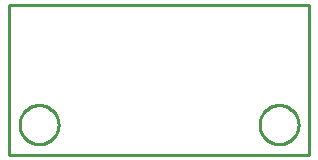
<source format=gko>
G04 EAGLE Gerber RS-274X export*
G75*
%MOMM*%
%FSLAX34Y34*%
%LPD*%
%IN*%
%IPPOS*%
%AMOC8*
5,1,8,0,0,1.08239X$1,22.5*%
G01*
%ADD10C,0.203200*%
%ADD11C,0.000000*%
%ADD12C,0.254000*%


D10*
X0Y0D02*
X254000Y0D01*
X254000Y127000D01*
X0Y127000D01*
X0Y0D01*
D11*
X212090Y25400D02*
X212095Y25805D01*
X212110Y26210D01*
X212135Y26615D01*
X212170Y27018D01*
X212214Y27421D01*
X212269Y27823D01*
X212333Y28223D01*
X212407Y28621D01*
X212491Y29017D01*
X212585Y29412D01*
X212688Y29803D01*
X212801Y30193D01*
X212923Y30579D01*
X213055Y30962D01*
X213196Y31342D01*
X213347Y31718D01*
X213506Y32091D01*
X213675Y32459D01*
X213853Y32823D01*
X214039Y33183D01*
X214235Y33538D01*
X214439Y33888D01*
X214651Y34233D01*
X214872Y34572D01*
X215102Y34907D01*
X215339Y35235D01*
X215584Y35557D01*
X215838Y35874D01*
X216098Y36184D01*
X216367Y36487D01*
X216643Y36784D01*
X216926Y37074D01*
X217216Y37357D01*
X217513Y37633D01*
X217816Y37902D01*
X218126Y38162D01*
X218443Y38416D01*
X218765Y38661D01*
X219093Y38898D01*
X219428Y39128D01*
X219767Y39349D01*
X220112Y39561D01*
X220462Y39765D01*
X220817Y39961D01*
X221177Y40147D01*
X221541Y40325D01*
X221909Y40494D01*
X222282Y40653D01*
X222658Y40804D01*
X223038Y40945D01*
X223421Y41077D01*
X223807Y41199D01*
X224197Y41312D01*
X224588Y41415D01*
X224983Y41509D01*
X225379Y41593D01*
X225777Y41667D01*
X226177Y41731D01*
X226579Y41786D01*
X226982Y41830D01*
X227385Y41865D01*
X227790Y41890D01*
X228195Y41905D01*
X228600Y41910D01*
X229005Y41905D01*
X229410Y41890D01*
X229815Y41865D01*
X230218Y41830D01*
X230621Y41786D01*
X231023Y41731D01*
X231423Y41667D01*
X231821Y41593D01*
X232217Y41509D01*
X232612Y41415D01*
X233003Y41312D01*
X233393Y41199D01*
X233779Y41077D01*
X234162Y40945D01*
X234542Y40804D01*
X234918Y40653D01*
X235291Y40494D01*
X235659Y40325D01*
X236023Y40147D01*
X236383Y39961D01*
X236738Y39765D01*
X237088Y39561D01*
X237433Y39349D01*
X237772Y39128D01*
X238107Y38898D01*
X238435Y38661D01*
X238757Y38416D01*
X239074Y38162D01*
X239384Y37902D01*
X239687Y37633D01*
X239984Y37357D01*
X240274Y37074D01*
X240557Y36784D01*
X240833Y36487D01*
X241102Y36184D01*
X241362Y35874D01*
X241616Y35557D01*
X241861Y35235D01*
X242098Y34907D01*
X242328Y34572D01*
X242549Y34233D01*
X242761Y33888D01*
X242965Y33538D01*
X243161Y33183D01*
X243347Y32823D01*
X243525Y32459D01*
X243694Y32091D01*
X243853Y31718D01*
X244004Y31342D01*
X244145Y30962D01*
X244277Y30579D01*
X244399Y30193D01*
X244512Y29803D01*
X244615Y29412D01*
X244709Y29017D01*
X244793Y28621D01*
X244867Y28223D01*
X244931Y27823D01*
X244986Y27421D01*
X245030Y27018D01*
X245065Y26615D01*
X245090Y26210D01*
X245105Y25805D01*
X245110Y25400D01*
X245105Y24995D01*
X245090Y24590D01*
X245065Y24185D01*
X245030Y23782D01*
X244986Y23379D01*
X244931Y22977D01*
X244867Y22577D01*
X244793Y22179D01*
X244709Y21783D01*
X244615Y21388D01*
X244512Y20997D01*
X244399Y20607D01*
X244277Y20221D01*
X244145Y19838D01*
X244004Y19458D01*
X243853Y19082D01*
X243694Y18709D01*
X243525Y18341D01*
X243347Y17977D01*
X243161Y17617D01*
X242965Y17262D01*
X242761Y16912D01*
X242549Y16567D01*
X242328Y16228D01*
X242098Y15893D01*
X241861Y15565D01*
X241616Y15243D01*
X241362Y14926D01*
X241102Y14616D01*
X240833Y14313D01*
X240557Y14016D01*
X240274Y13726D01*
X239984Y13443D01*
X239687Y13167D01*
X239384Y12898D01*
X239074Y12638D01*
X238757Y12384D01*
X238435Y12139D01*
X238107Y11902D01*
X237772Y11672D01*
X237433Y11451D01*
X237088Y11239D01*
X236738Y11035D01*
X236383Y10839D01*
X236023Y10653D01*
X235659Y10475D01*
X235291Y10306D01*
X234918Y10147D01*
X234542Y9996D01*
X234162Y9855D01*
X233779Y9723D01*
X233393Y9601D01*
X233003Y9488D01*
X232612Y9385D01*
X232217Y9291D01*
X231821Y9207D01*
X231423Y9133D01*
X231023Y9069D01*
X230621Y9014D01*
X230218Y8970D01*
X229815Y8935D01*
X229410Y8910D01*
X229005Y8895D01*
X228600Y8890D01*
X228195Y8895D01*
X227790Y8910D01*
X227385Y8935D01*
X226982Y8970D01*
X226579Y9014D01*
X226177Y9069D01*
X225777Y9133D01*
X225379Y9207D01*
X224983Y9291D01*
X224588Y9385D01*
X224197Y9488D01*
X223807Y9601D01*
X223421Y9723D01*
X223038Y9855D01*
X222658Y9996D01*
X222282Y10147D01*
X221909Y10306D01*
X221541Y10475D01*
X221177Y10653D01*
X220817Y10839D01*
X220462Y11035D01*
X220112Y11239D01*
X219767Y11451D01*
X219428Y11672D01*
X219093Y11902D01*
X218765Y12139D01*
X218443Y12384D01*
X218126Y12638D01*
X217816Y12898D01*
X217513Y13167D01*
X217216Y13443D01*
X216926Y13726D01*
X216643Y14016D01*
X216367Y14313D01*
X216098Y14616D01*
X215838Y14926D01*
X215584Y15243D01*
X215339Y15565D01*
X215102Y15893D01*
X214872Y16228D01*
X214651Y16567D01*
X214439Y16912D01*
X214235Y17262D01*
X214039Y17617D01*
X213853Y17977D01*
X213675Y18341D01*
X213506Y18709D01*
X213347Y19082D01*
X213196Y19458D01*
X213055Y19838D01*
X212923Y20221D01*
X212801Y20607D01*
X212688Y20997D01*
X212585Y21388D01*
X212491Y21783D01*
X212407Y22179D01*
X212333Y22577D01*
X212269Y22977D01*
X212214Y23379D01*
X212170Y23782D01*
X212135Y24185D01*
X212110Y24590D01*
X212095Y24995D01*
X212090Y25400D01*
X8890Y25400D02*
X8895Y25805D01*
X8910Y26210D01*
X8935Y26615D01*
X8970Y27018D01*
X9014Y27421D01*
X9069Y27823D01*
X9133Y28223D01*
X9207Y28621D01*
X9291Y29017D01*
X9385Y29412D01*
X9488Y29803D01*
X9601Y30193D01*
X9723Y30579D01*
X9855Y30962D01*
X9996Y31342D01*
X10147Y31718D01*
X10306Y32091D01*
X10475Y32459D01*
X10653Y32823D01*
X10839Y33183D01*
X11035Y33538D01*
X11239Y33888D01*
X11451Y34233D01*
X11672Y34572D01*
X11902Y34907D01*
X12139Y35235D01*
X12384Y35557D01*
X12638Y35874D01*
X12898Y36184D01*
X13167Y36487D01*
X13443Y36784D01*
X13726Y37074D01*
X14016Y37357D01*
X14313Y37633D01*
X14616Y37902D01*
X14926Y38162D01*
X15243Y38416D01*
X15565Y38661D01*
X15893Y38898D01*
X16228Y39128D01*
X16567Y39349D01*
X16912Y39561D01*
X17262Y39765D01*
X17617Y39961D01*
X17977Y40147D01*
X18341Y40325D01*
X18709Y40494D01*
X19082Y40653D01*
X19458Y40804D01*
X19838Y40945D01*
X20221Y41077D01*
X20607Y41199D01*
X20997Y41312D01*
X21388Y41415D01*
X21783Y41509D01*
X22179Y41593D01*
X22577Y41667D01*
X22977Y41731D01*
X23379Y41786D01*
X23782Y41830D01*
X24185Y41865D01*
X24590Y41890D01*
X24995Y41905D01*
X25400Y41910D01*
X25805Y41905D01*
X26210Y41890D01*
X26615Y41865D01*
X27018Y41830D01*
X27421Y41786D01*
X27823Y41731D01*
X28223Y41667D01*
X28621Y41593D01*
X29017Y41509D01*
X29412Y41415D01*
X29803Y41312D01*
X30193Y41199D01*
X30579Y41077D01*
X30962Y40945D01*
X31342Y40804D01*
X31718Y40653D01*
X32091Y40494D01*
X32459Y40325D01*
X32823Y40147D01*
X33183Y39961D01*
X33538Y39765D01*
X33888Y39561D01*
X34233Y39349D01*
X34572Y39128D01*
X34907Y38898D01*
X35235Y38661D01*
X35557Y38416D01*
X35874Y38162D01*
X36184Y37902D01*
X36487Y37633D01*
X36784Y37357D01*
X37074Y37074D01*
X37357Y36784D01*
X37633Y36487D01*
X37902Y36184D01*
X38162Y35874D01*
X38416Y35557D01*
X38661Y35235D01*
X38898Y34907D01*
X39128Y34572D01*
X39349Y34233D01*
X39561Y33888D01*
X39765Y33538D01*
X39961Y33183D01*
X40147Y32823D01*
X40325Y32459D01*
X40494Y32091D01*
X40653Y31718D01*
X40804Y31342D01*
X40945Y30962D01*
X41077Y30579D01*
X41199Y30193D01*
X41312Y29803D01*
X41415Y29412D01*
X41509Y29017D01*
X41593Y28621D01*
X41667Y28223D01*
X41731Y27823D01*
X41786Y27421D01*
X41830Y27018D01*
X41865Y26615D01*
X41890Y26210D01*
X41905Y25805D01*
X41910Y25400D01*
X41905Y24995D01*
X41890Y24590D01*
X41865Y24185D01*
X41830Y23782D01*
X41786Y23379D01*
X41731Y22977D01*
X41667Y22577D01*
X41593Y22179D01*
X41509Y21783D01*
X41415Y21388D01*
X41312Y20997D01*
X41199Y20607D01*
X41077Y20221D01*
X40945Y19838D01*
X40804Y19458D01*
X40653Y19082D01*
X40494Y18709D01*
X40325Y18341D01*
X40147Y17977D01*
X39961Y17617D01*
X39765Y17262D01*
X39561Y16912D01*
X39349Y16567D01*
X39128Y16228D01*
X38898Y15893D01*
X38661Y15565D01*
X38416Y15243D01*
X38162Y14926D01*
X37902Y14616D01*
X37633Y14313D01*
X37357Y14016D01*
X37074Y13726D01*
X36784Y13443D01*
X36487Y13167D01*
X36184Y12898D01*
X35874Y12638D01*
X35557Y12384D01*
X35235Y12139D01*
X34907Y11902D01*
X34572Y11672D01*
X34233Y11451D01*
X33888Y11239D01*
X33538Y11035D01*
X33183Y10839D01*
X32823Y10653D01*
X32459Y10475D01*
X32091Y10306D01*
X31718Y10147D01*
X31342Y9996D01*
X30962Y9855D01*
X30579Y9723D01*
X30193Y9601D01*
X29803Y9488D01*
X29412Y9385D01*
X29017Y9291D01*
X28621Y9207D01*
X28223Y9133D01*
X27823Y9069D01*
X27421Y9014D01*
X27018Y8970D01*
X26615Y8935D01*
X26210Y8910D01*
X25805Y8895D01*
X25400Y8890D01*
X24995Y8895D01*
X24590Y8910D01*
X24185Y8935D01*
X23782Y8970D01*
X23379Y9014D01*
X22977Y9069D01*
X22577Y9133D01*
X22179Y9207D01*
X21783Y9291D01*
X21388Y9385D01*
X20997Y9488D01*
X20607Y9601D01*
X20221Y9723D01*
X19838Y9855D01*
X19458Y9996D01*
X19082Y10147D01*
X18709Y10306D01*
X18341Y10475D01*
X17977Y10653D01*
X17617Y10839D01*
X17262Y11035D01*
X16912Y11239D01*
X16567Y11451D01*
X16228Y11672D01*
X15893Y11902D01*
X15565Y12139D01*
X15243Y12384D01*
X14926Y12638D01*
X14616Y12898D01*
X14313Y13167D01*
X14016Y13443D01*
X13726Y13726D01*
X13443Y14016D01*
X13167Y14313D01*
X12898Y14616D01*
X12638Y14926D01*
X12384Y15243D01*
X12139Y15565D01*
X11902Y15893D01*
X11672Y16228D01*
X11451Y16567D01*
X11239Y16912D01*
X11035Y17262D01*
X10839Y17617D01*
X10653Y17977D01*
X10475Y18341D01*
X10306Y18709D01*
X10147Y19082D01*
X9996Y19458D01*
X9855Y19838D01*
X9723Y20221D01*
X9601Y20607D01*
X9488Y20997D01*
X9385Y21388D01*
X9291Y21783D01*
X9207Y22179D01*
X9133Y22577D01*
X9069Y22977D01*
X9014Y23379D01*
X8970Y23782D01*
X8935Y24185D01*
X8910Y24590D01*
X8895Y24995D01*
X8890Y25400D01*
D12*
X0Y0D02*
X254000Y0D01*
X254000Y127000D01*
X0Y127000D01*
X0Y0D01*
X245110Y24860D02*
X245039Y23781D01*
X244898Y22709D01*
X244687Y21649D01*
X244408Y20605D01*
X244060Y19581D01*
X243646Y18583D01*
X243168Y17613D01*
X242628Y16677D01*
X242027Y15778D01*
X241369Y14921D01*
X240657Y14108D01*
X239892Y13344D01*
X239079Y12631D01*
X238222Y11973D01*
X237323Y11372D01*
X236387Y10832D01*
X235417Y10354D01*
X234419Y9940D01*
X233395Y9592D01*
X232351Y9313D01*
X231291Y9102D01*
X230219Y8961D01*
X229140Y8890D01*
X228060Y8890D01*
X226981Y8961D01*
X225909Y9102D01*
X224849Y9313D01*
X223805Y9592D01*
X222781Y9940D01*
X221783Y10354D01*
X220813Y10832D01*
X219877Y11372D01*
X218978Y11973D01*
X218121Y12631D01*
X217308Y13344D01*
X216544Y14108D01*
X215831Y14921D01*
X215173Y15778D01*
X214572Y16677D01*
X214032Y17613D01*
X213554Y18583D01*
X213140Y19581D01*
X212792Y20605D01*
X212513Y21649D01*
X212302Y22709D01*
X212161Y23781D01*
X212090Y24860D01*
X212090Y25940D01*
X212161Y27019D01*
X212302Y28091D01*
X212513Y29151D01*
X212792Y30195D01*
X213140Y31219D01*
X213554Y32217D01*
X214032Y33187D01*
X214572Y34123D01*
X215173Y35022D01*
X215831Y35879D01*
X216544Y36692D01*
X217308Y37457D01*
X218121Y38169D01*
X218978Y38827D01*
X219877Y39428D01*
X220813Y39968D01*
X221783Y40446D01*
X222781Y40860D01*
X223805Y41208D01*
X224849Y41487D01*
X225909Y41698D01*
X226981Y41839D01*
X228060Y41910D01*
X229140Y41910D01*
X230219Y41839D01*
X231291Y41698D01*
X232351Y41487D01*
X233395Y41208D01*
X234419Y40860D01*
X235417Y40446D01*
X236387Y39968D01*
X237323Y39428D01*
X238222Y38827D01*
X239079Y38169D01*
X239892Y37457D01*
X240657Y36692D01*
X241369Y35879D01*
X242027Y35022D01*
X242628Y34123D01*
X243168Y33187D01*
X243646Y32217D01*
X244060Y31219D01*
X244408Y30195D01*
X244687Y29151D01*
X244898Y28091D01*
X245039Y27019D01*
X245110Y25940D01*
X245110Y24860D01*
X41910Y24860D02*
X41839Y23781D01*
X41698Y22709D01*
X41487Y21649D01*
X41208Y20605D01*
X40860Y19581D01*
X40446Y18583D01*
X39968Y17613D01*
X39428Y16677D01*
X38827Y15778D01*
X38169Y14921D01*
X37457Y14108D01*
X36692Y13344D01*
X35879Y12631D01*
X35022Y11973D01*
X34123Y11372D01*
X33187Y10832D01*
X32217Y10354D01*
X31219Y9940D01*
X30195Y9592D01*
X29151Y9313D01*
X28091Y9102D01*
X27019Y8961D01*
X25940Y8890D01*
X24860Y8890D01*
X23781Y8961D01*
X22709Y9102D01*
X21649Y9313D01*
X20605Y9592D01*
X19581Y9940D01*
X18583Y10354D01*
X17613Y10832D01*
X16677Y11372D01*
X15778Y11973D01*
X14921Y12631D01*
X14108Y13344D01*
X13344Y14108D01*
X12631Y14921D01*
X11973Y15778D01*
X11372Y16677D01*
X10832Y17613D01*
X10354Y18583D01*
X9940Y19581D01*
X9592Y20605D01*
X9313Y21649D01*
X9102Y22709D01*
X8961Y23781D01*
X8890Y24860D01*
X8890Y25940D01*
X8961Y27019D01*
X9102Y28091D01*
X9313Y29151D01*
X9592Y30195D01*
X9940Y31219D01*
X10354Y32217D01*
X10832Y33187D01*
X11372Y34123D01*
X11973Y35022D01*
X12631Y35879D01*
X13344Y36692D01*
X14108Y37457D01*
X14921Y38169D01*
X15778Y38827D01*
X16677Y39428D01*
X17613Y39968D01*
X18583Y40446D01*
X19581Y40860D01*
X20605Y41208D01*
X21649Y41487D01*
X22709Y41698D01*
X23781Y41839D01*
X24860Y41910D01*
X25940Y41910D01*
X27019Y41839D01*
X28091Y41698D01*
X29151Y41487D01*
X30195Y41208D01*
X31219Y40860D01*
X32217Y40446D01*
X33187Y39968D01*
X34123Y39428D01*
X35022Y38827D01*
X35879Y38169D01*
X36692Y37457D01*
X37457Y36692D01*
X38169Y35879D01*
X38827Y35022D01*
X39428Y34123D01*
X39968Y33187D01*
X40446Y32217D01*
X40860Y31219D01*
X41208Y30195D01*
X41487Y29151D01*
X41698Y28091D01*
X41839Y27019D01*
X41910Y25940D01*
X41910Y24860D01*
M02*

</source>
